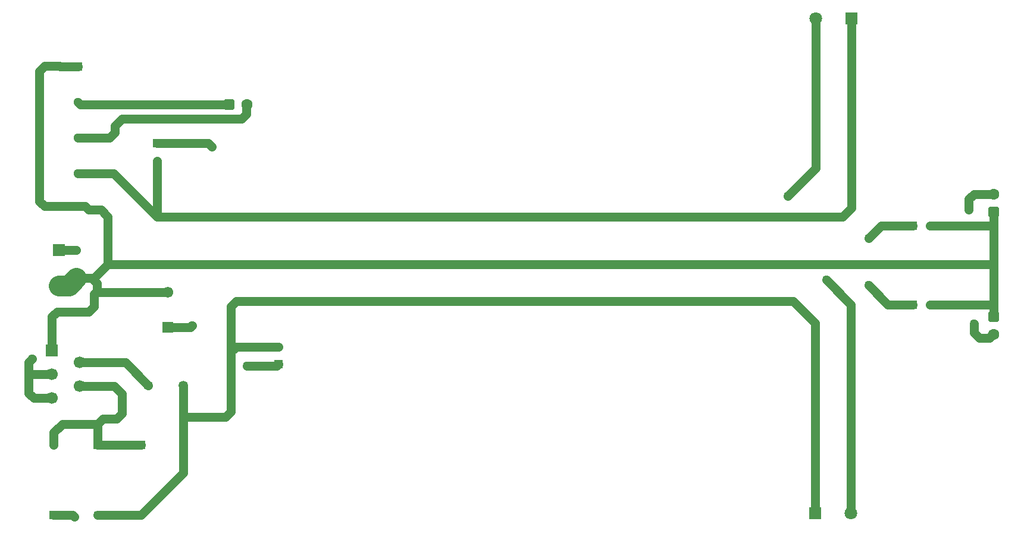
<source format=gbr>
%TF.GenerationSoftware,Altium Limited,Altium Designer,25.2.1 (25)*%
G04 Layer_Physical_Order=1*
G04 Layer_Color=255*
%FSLAX45Y45*%
%MOMM*%
%TF.SameCoordinates,33AE00C6-E728-4630-B133-C83FF553AC26*%
%TF.FilePolarity,Positive*%
%TF.FileFunction,Copper,L1,Top,Signal*%
%TF.Part,Single*%
G01*
G75*
%TA.AperFunction,Conductor*%
%ADD10C,1.27000*%
%ADD11C,2.99999*%
%TA.AperFunction,ComponentPad*%
%ADD12C,1.35000*%
%ADD13R,1.20000X1.20000*%
%ADD14C,1.20000*%
%ADD15C,1.70000*%
%ADD16R,1.70000X1.70000*%
%ADD17C,1.60000*%
G04:AMPARAMS|DCode=18|XSize=1.6mm|YSize=1.6mm|CornerRadius=0.4mm|HoleSize=0mm|Usage=FLASHONLY|Rotation=0.000|XOffset=0mm|YOffset=0mm|HoleType=Round|Shape=RoundedRectangle|*
%AMROUNDEDRECTD18*
21,1,1.60000,0.80000,0,0,0.0*
21,1,0.80000,1.60000,0,0,0.0*
1,1,0.80000,0.40000,-0.40000*
1,1,0.80000,-0.40000,-0.40000*
1,1,0.80000,-0.40000,0.40000*
1,1,0.80000,0.40000,0.40000*
%
%ADD18ROUNDEDRECTD18*%
G04:AMPARAMS|DCode=19|XSize=1.6mm|YSize=1.6mm|CornerRadius=0.4mm|HoleSize=0mm|Usage=FLASHONLY|Rotation=90.000|XOffset=0mm|YOffset=0mm|HoleType=Round|Shape=RoundedRectangle|*
%AMROUNDEDRECTD19*
21,1,1.60000,0.80000,0,0,90.0*
21,1,0.80000,1.60000,0,0,90.0*
1,1,0.80000,0.40000,0.40000*
1,1,0.80000,0.40000,-0.40000*
1,1,0.80000,-0.40000,-0.40000*
1,1,0.80000,-0.40000,0.40000*
%
%ADD19ROUNDEDRECTD19*%
%ADD20C,1.80000*%
%ADD21R,1.80000X1.80000*%
%ADD22R,1.80000X1.80000*%
%ADD23C,1.25000*%
%ADD24R,1.25000X1.25000*%
%ADD25R,1.20000X1.20000*%
%ADD26C,1.30000*%
%ADD27R,1.30000X1.30000*%
%ADD28R,1.30000X1.30000*%
%ADD29C,1.55000*%
%ADD30R,1.55000X1.55000*%
%TA.AperFunction,ViaPad*%
%ADD31C,1.27000*%
D10*
X750000Y450000D02*
X775000Y425000D01*
X475000Y450000D02*
X750000D01*
X13574396Y5027000D02*
X13850000D01*
X13500000Y4952605D02*
X13574396Y5027000D01*
X13500000Y4800000D02*
Y4952605D01*
X13841071Y3023000D02*
X13850000D01*
X13793069Y2975000D02*
X13841071Y3023000D01*
X13649396Y2975000D02*
X13793069D01*
X13575000Y3049395D02*
X13649396Y2975000D01*
X13575000Y3049395D02*
Y3175000D01*
X13843686Y3016686D02*
X13850000Y3023000D01*
X796000Y4229000D02*
X800000Y4225000D01*
X550000Y4229000D02*
X796000D01*
X2425000Y3125000D02*
X2450000Y3150000D01*
X2100000Y3125000D02*
X2425000D01*
X125000Y2450000D02*
X130000Y2455000D01*
X450000D01*
X125000Y2450000D02*
Y2625000D01*
X175000Y2675000D01*
X125000Y2189395D02*
Y2450000D01*
Y2189395D02*
X199395Y2115000D01*
X450000D01*
X3650000Y2575000D02*
X3675000Y2600000D01*
X3225000Y2575000D02*
X3650000D01*
X11475000Y3800000D02*
X11825000Y3450000D01*
Y475000D02*
Y3450000D01*
X10925000Y5000000D02*
X11321000Y5396000D01*
Y7525000D01*
X12075000Y4400000D02*
X12250000Y4575000D01*
X12700000D01*
X12075000Y3725000D02*
X12350000Y3450000D01*
X12700000D01*
X2675000Y5750000D02*
X2725000Y5700000D01*
X1950000Y5750000D02*
X2675000D01*
X1950000Y4700000D02*
X1950000Y4700000D01*
X1950000Y4700000D02*
Y5500000D01*
X11829000Y4828395D02*
Y7525000D01*
X11700605Y4700000D02*
X11829000Y4828395D01*
X1950000Y4700000D02*
X11700605D01*
X1333000Y5317000D02*
X1950000Y4700000D01*
X825000Y5317000D02*
X1333000D01*
X3218686Y6293686D02*
X3225000Y6300000D01*
X3218686Y6168081D02*
Y6293686D01*
X3150605Y6100000D02*
X3218686Y6168081D01*
X1450000Y6100000D02*
X3150605D01*
X1350000Y6000000D02*
X1450000Y6100000D01*
X1350000Y5899395D02*
Y6000000D01*
X1275605Y5825000D02*
X1350000Y5899395D01*
X825000Y5825000D02*
X1275605D01*
X825000Y6333000D02*
X825812D01*
X858812Y6300000D01*
X2971000D01*
X823500Y6842500D02*
X825000Y6841000D01*
X569500Y6842500D02*
X823500D01*
X562000Y6850000D02*
X569500Y6842500D01*
X350000Y6850000D02*
X562000D01*
X275000Y6775000D02*
X350000Y6850000D01*
X275000Y4924395D02*
Y6775000D01*
Y4924395D02*
X349395Y4850000D01*
X925000D01*
X975000Y4800000D01*
X1150000D01*
X1250000Y4700000D01*
Y4025000D02*
Y4700000D01*
X12950000Y3450000D02*
X13850000D01*
Y4025000D01*
Y3277000D02*
Y3450000D01*
X13825000Y4575000D02*
X13850000Y4550000D01*
X12950000Y4575000D02*
X13825000D01*
X13850000Y4550000D02*
Y4773000D01*
X1021000Y3825000D02*
X1050000D01*
X1250000Y4025000D01*
X13850000D01*
Y4550000D01*
X1075000Y3625000D02*
X1095395Y3645395D01*
Y3750605D01*
X1021000Y3825000D02*
X1095395Y3750605D01*
X800000Y3825000D02*
X1021000D01*
X11317000Y475000D02*
Y3183000D01*
X11000000Y3500000D02*
X11317000Y3183000D01*
X3074395Y3500000D02*
X11000000D01*
X3000000Y3425605D02*
X3074395Y3500000D01*
X3000000Y2775605D02*
Y3425605D01*
X3074395Y2850000D02*
X3675000D01*
X3000000Y2775605D02*
X3074395Y2850000D01*
X3000000Y1924395D02*
Y2775605D01*
X2925605Y1850000D02*
X3000000Y1924395D01*
X2325000Y1850000D02*
X2925605D01*
X2325000D02*
Y2300000D01*
X600000Y1750000D02*
X1100000D01*
X475000Y1625000D02*
X600000Y1750000D01*
X475000Y1450000D02*
Y1625000D01*
X850000Y2285000D02*
X1340605D01*
X1450000Y2175605D01*
Y1899395D02*
Y2175605D01*
X1375605Y1825000D02*
X1450000Y1899395D01*
X1175000Y1825000D02*
X1375605D01*
X1100000Y1750000D02*
X1175000Y1825000D01*
X1100000Y1450000D02*
Y1750000D01*
Y1450000D02*
X1725000D01*
X1100000Y450000D02*
X1725000D01*
X2325000Y1050000D01*
Y1850000D01*
X1500000Y2625000D02*
X1825000Y2300000D01*
X850000Y2625000D02*
X1500000D01*
X1050000Y3600000D02*
X1075000Y3625000D01*
X2100000D01*
X450000Y2795000D02*
Y3275605D01*
X524395Y3350000D01*
X975605D01*
X1050000Y3424395D01*
Y3600000D01*
D11*
X696000Y3721000D02*
X800000Y3825000D01*
X550000Y3721000D02*
X696000D01*
D12*
X2325000Y2300000D02*
D03*
X1825000D02*
D03*
D13*
X1950000Y5750000D02*
D03*
X3675000Y2600000D02*
D03*
D14*
X1950000Y5500000D02*
D03*
X12950000Y3450000D02*
D03*
Y4575000D02*
D03*
X3675000Y2850000D02*
D03*
D15*
X450000Y2115000D02*
D03*
X850000Y2285000D02*
D03*
X450000Y2455000D02*
D03*
X850000Y2625000D02*
D03*
D16*
X450000Y2795000D02*
D03*
D17*
X3225000Y6300000D02*
D03*
X13850000Y5027000D02*
D03*
Y3023000D02*
D03*
D18*
X2971000Y6300000D02*
D03*
D19*
X13850000Y4773000D02*
D03*
Y3277000D02*
D03*
D20*
X550000Y3721000D02*
D03*
X11321000Y7525000D02*
D03*
X11825000Y475000D02*
D03*
D21*
X550000Y4229000D02*
D03*
D22*
X11829000Y7525000D02*
D03*
X11317000Y475000D02*
D03*
D23*
X1100000Y450000D02*
D03*
X475000Y1450000D02*
D03*
D24*
X1100000D02*
D03*
X475000Y450000D02*
D03*
D25*
X12700000Y3450000D02*
D03*
Y4575000D02*
D03*
D26*
X825000Y5317000D02*
D03*
Y5825000D02*
D03*
Y6333000D02*
D03*
X1725000Y450000D02*
D03*
D27*
X825000Y6841000D02*
D03*
D28*
X1725000Y1450000D02*
D03*
D29*
X2100000Y3625000D02*
D03*
D30*
Y3125000D02*
D03*
D31*
X13575000Y3175000D02*
D03*
X13500000Y4800000D02*
D03*
X800000Y4225000D02*
D03*
X3225000Y2575000D02*
D03*
X11475000Y3800000D02*
D03*
X10925000Y5000000D02*
D03*
X12075000Y4400000D02*
D03*
Y3725000D02*
D03*
X775000Y425000D02*
D03*
X175000Y2675000D02*
D03*
X2450000Y3150000D02*
D03*
X2725000Y5700000D02*
D03*
%TF.MD5,7611e59a7f8d65cfe7feca56aa57d928*%
M02*

</source>
